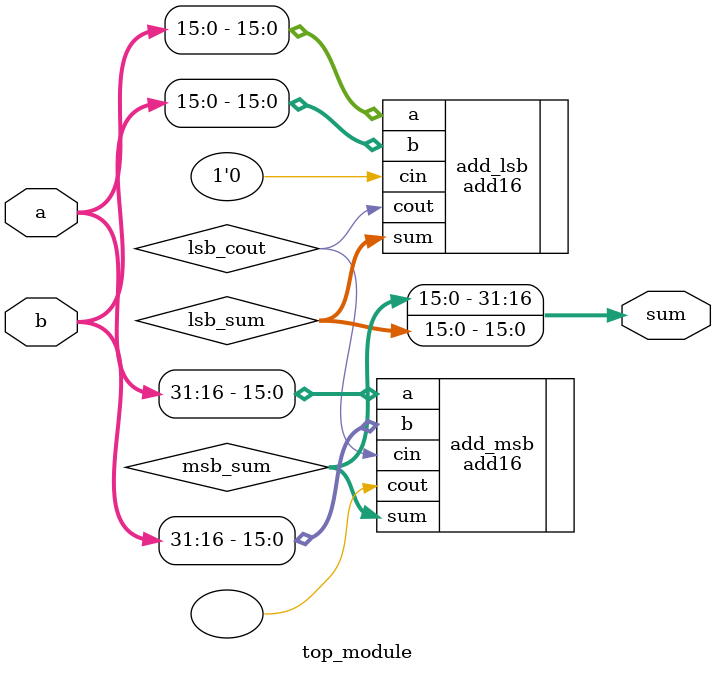
<source format=v>
module top_module(
    input [31:0] a,
    input [31:0] b,
    output [31:0] sum
);

  wire lsb_cout;
  wire [15:0] msb_sum, lsb_sum;

  add16 add_lsb (
    .a(a[15:0]),
    .b(b[15:0]),
    .cin(1'b0),
    .sum(lsb_sum),
    .cout(lsb_cout)
  );
  
  add16 add_msb (
    .a(a[31:16]),
    .b(b[31:16]),
    .cin(lsb_cout),
    .sum(msb_sum),
    .cout()
  );
  
  assign sum = {msb_sum, lsb_sum};
  
endmodule

</source>
